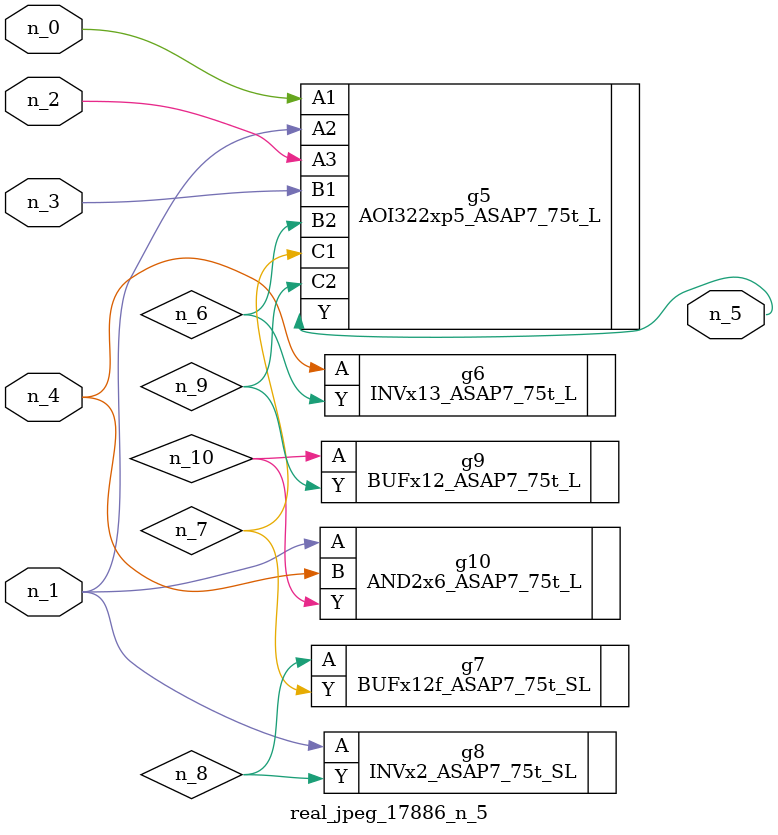
<source format=v>
module real_jpeg_17886_n_5 (n_4, n_0, n_1, n_2, n_3, n_5);

input n_4;
input n_0;
input n_1;
input n_2;
input n_3;

output n_5;

wire n_8;
wire n_6;
wire n_7;
wire n_10;
wire n_9;

AOI322xp5_ASAP7_75t_L g5 ( 
.A1(n_0),
.A2(n_1),
.A3(n_2),
.B1(n_3),
.B2(n_6),
.C1(n_7),
.C2(n_9),
.Y(n_5)
);

INVx2_ASAP7_75t_SL g8 ( 
.A(n_1),
.Y(n_8)
);

AND2x6_ASAP7_75t_L g10 ( 
.A(n_1),
.B(n_4),
.Y(n_10)
);

INVx13_ASAP7_75t_L g6 ( 
.A(n_4),
.Y(n_6)
);

BUFx12f_ASAP7_75t_SL g7 ( 
.A(n_8),
.Y(n_7)
);

BUFx12_ASAP7_75t_L g9 ( 
.A(n_10),
.Y(n_9)
);


endmodule
</source>
